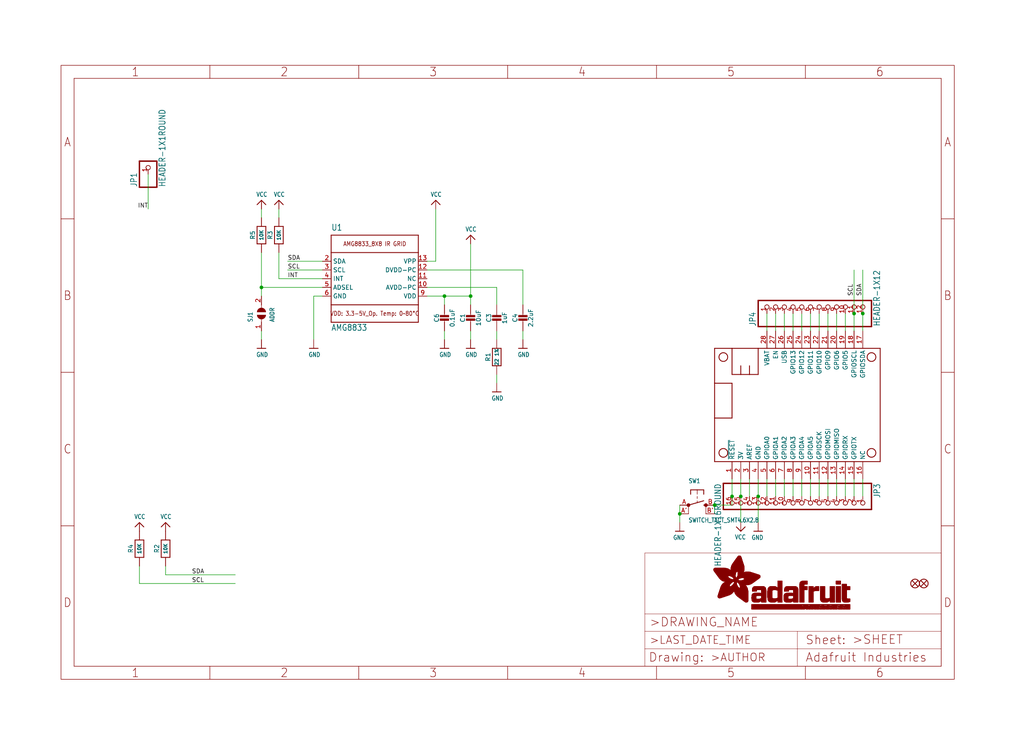
<source format=kicad_sch>
(kicad_sch (version 20211123) (generator eeschema)
  (paper "User" 298.45 217.881)
  (lib_symbols
    (symbol "eagleSchem-eagle-import:AMG8833"
      (property "Reference" "U" (at -12.7 13.97 0))
      (property "Value" "AMG8833" (at -12.7 -15.24 0))
      (symbol "AMG8833_1_0"
        (text "AMG8833_8X8 IR GRID" (at 0 10.16 0) (effects (font (size 1.27 1.0795))))
        (text "VDD: 3.3-5V_Op. Temp: 0~80°C" (at 0 -10.16 0) (effects (font (size 1.27 1.0795))))
        (pin power_in line (at 15.24 -2.54 180) (length 2.54) (name "AVDD-PC") (number "10"))
        (pin bidirectional line (at 15.24 0 180) (length 2.54) (name "NC") (number "11"))
        (pin power_in line (at 15.24 2.54 180) (length 2.54) (name "DVDD-PC") (number "12"))
        (pin power_in line (at 15.24 5.08 180) (length 2.54) (name "VPP") (number "13"))
        (pin bidirectional line (at -15.24 5.08 0) (length 2.54) (name "SDA") (number "2"))
        (pin bidirectional line (at -15.24 2.54 0) (length 2.54) (name "SCL") (number "3"))
        (pin output line (at -15.24 0 0) (length 2.54) (name "INT") (number "4"))
        (pin input line (at -15.24 -2.54 0) (length 2.54) (name "ADSEL") (number "5"))
        (pin power_in line (at -15.24 -5.08 0) (length 2.54) (name "GND") (number "6"))
        (pin power_in line (at 15.24 -5.08 180) (length 2.54) (name "VDD") (number "9"))
      )
    )
    (symbol "eagleSchem-eagle-import:CAP_CERAMIC0805-NOOUTLINE"
      (property "Reference" "C" (at -2.29 1.25 90))
      (property "Value" "CAP_CERAMIC0805-NOOUTLINE" (at 2.3 1.25 90))
      (symbol "CAP_CERAMIC0805-NOOUTLINE_1_0"
        (pin passive line (at 0 5.08 270) (length 2.54) (name "1") (number "1"))
        (pin passive line (at 0 -2.54 90) (length 2.54) (name "2") (number "2"))
      )
    )
    (symbol "eagleSchem-eagle-import:FEATHERWING"
      (symbol "FEATHERWING_1_0"
        (pin input line (at 5.08 -5.08 90) (length 5.08) (name "~{RESET}") (number "1"))
        (pin bidirectional line (at 27.94 -5.08 90) (length 5.08) (name "GPIOA5") (number "10"))
        (pin bidirectional line (at 30.48 -5.08 90) (length 5.08) (name "GPIOSCK") (number "11"))
        (pin bidirectional line (at 33.02 -5.08 90) (length 5.08) (name "GPIOMOSI") (number "12"))
        (pin bidirectional line (at 35.56 -5.08 90) (length 5.08) (name "GPIOMISO") (number "13"))
        (pin bidirectional line (at 38.1 -5.08 90) (length 5.08) (name "GPIORX") (number "14"))
        (pin bidirectional line (at 40.64 -5.08 90) (length 5.08) (name "GPIOTX") (number "15"))
        (pin passive line (at 43.18 -5.08 90) (length 5.08) (name "NC") (number "16"))
        (pin bidirectional line (at 43.18 38.1 270) (length 5.08) (name "GPIOSDA") (number "17"))
        (pin bidirectional line (at 40.64 38.1 270) (length 5.08) (name "GPIOSCL") (number "18"))
        (pin bidirectional line (at 38.1 38.1 270) (length 5.08) (name "GPIO5") (number "19"))
        (pin power_in line (at 7.62 -5.08 90) (length 5.08) (name "3V") (number "2"))
        (pin bidirectional line (at 35.56 38.1 270) (length 5.08) (name "GPIO6") (number "20"))
        (pin bidirectional line (at 33.02 38.1 270) (length 5.08) (name "GPIO9") (number "21"))
        (pin bidirectional line (at 30.48 38.1 270) (length 5.08) (name "GPIO10") (number "22"))
        (pin bidirectional line (at 27.94 38.1 270) (length 5.08) (name "GPIO11") (number "23"))
        (pin bidirectional line (at 25.4 38.1 270) (length 5.08) (name "GPIO12") (number "24"))
        (pin bidirectional line (at 22.86 38.1 270) (length 5.08) (name "GPIO13") (number "25"))
        (pin power_in line (at 20.32 38.1 270) (length 5.08) (name "USB") (number "26"))
        (pin passive line (at 17.78 38.1 270) (length 5.08) (name "EN") (number "27"))
        (pin power_in line (at 15.24 38.1 270) (length 5.08) (name "VBAT") (number "28"))
        (pin passive line (at 10.16 -5.08 90) (length 5.08) (name "AREF") (number "3"))
        (pin power_in line (at 12.7 -5.08 90) (length 5.08) (name "GND") (number "4"))
        (pin bidirectional line (at 15.24 -5.08 90) (length 5.08) (name "GPIOA0") (number "5"))
        (pin bidirectional line (at 17.78 -5.08 90) (length 5.08) (name "GPIOA1") (number "6"))
        (pin bidirectional line (at 20.32 -5.08 90) (length 5.08) (name "GPIOA2") (number "7"))
        (pin bidirectional line (at 22.86 -5.08 90) (length 5.08) (name "GPIOA3") (number "8"))
        (pin bidirectional line (at 25.4 -5.08 90) (length 5.08) (name "GPIOA4") (number "9"))
      )
    )
    (symbol "eagleSchem-eagle-import:FIDUCIAL{dblquote}{dblquote}")
    (symbol "eagleSchem-eagle-import:FRAME_A4_ADAFRUIT"
      (symbol "FRAME_A4_ADAFRUIT_0_0"
        (text "1" (at 21.6958 1.905 0) (effects (font (size 2.54 2.286))))
        (text "1" (at 21.6958 177.165 0) (effects (font (size 2.54 2.286))))
        (text "2" (at 65.0875 1.905 0) (effects (font (size 2.54 2.286))))
        (text "2" (at 65.0875 177.165 0) (effects (font (size 2.54 2.286))))
        (text "3" (at 108.4792 1.905 0) (effects (font (size 2.54 2.286))))
        (text "3" (at 108.4792 177.165 0) (effects (font (size 2.54 2.286))))
        (text "4" (at 151.8708 1.905 0) (effects (font (size 2.54 2.286))))
        (text "4" (at 151.8708 177.165 0) (effects (font (size 2.54 2.286))))
        (text "5" (at 195.2625 1.905 0) (effects (font (size 2.54 2.286))))
        (text "5" (at 195.2625 177.165 0) (effects (font (size 2.54 2.286))))
        (text "6" (at 238.6542 1.905 0) (effects (font (size 2.54 2.286))))
        (text "6" (at 238.6542 177.165 0) (effects (font (size 2.54 2.286))))
        (text "A" (at 1.905 156.6863 0) (effects (font (size 2.54 2.286))))
        (text "A" (at 258.445 156.6863 0) (effects (font (size 2.54 2.286))))
        (text "B" (at 1.905 111.9188 0) (effects (font (size 2.54 2.286))))
        (text "B" (at 258.445 111.9188 0) (effects (font (size 2.54 2.286))))
        (text "C" (at 1.905 67.1513 0) (effects (font (size 2.54 2.286))))
        (text "C" (at 258.445 67.1513 0) (effects (font (size 2.54 2.286))))
        (text "D" (at 1.905 22.3838 0) (effects (font (size 2.54 2.286))))
        (text "D" (at 258.445 22.3838 0) (effects (font (size 2.54 2.286))))
      )
      (symbol "FRAME_A4_ADAFRUIT_1_0"
        (text ">AUTHOR" (at 189.23 5.08 0) (effects (font (size 2.286 2.286)) (justify left bottom)))
        (text ">DRAWING_NAME" (at 171.45 15.24 0) (effects (font (size 2.54 2.54)) (justify left bottom)))
        (text ">LAST_DATE_TIME" (at 171.45 10.16 0) (effects (font (size 2.286 2.286)) (justify left bottom)))
        (text ">SHEET" (at 230.505 10.16 0) (effects (font (size 2.54 2.54)) (justify left bottom)))
        (text "Adafruit Industries" (at 216.916 4.953 0) (effects (font (size 2.54 2.54)) (justify left bottom)))
        (text "Drawing:" (at 171.196 4.953 0) (effects (font (size 2.54 2.54)) (justify left bottom)))
        (text "Sheet:" (at 216.916 10.033 0) (effects (font (size 2.54 2.54)) (justify left bottom)))
      )
    )
    (symbol "eagleSchem-eagle-import:GND" (power)
      (property "Value" "GND" (at -1.524 -2.54 0))
      (symbol "GND_1_0"
        (pin power_in line (at 0 2.54 270) (length 2.54) (name "GND") (number "1"))
      )
    )
    (symbol "eagleSchem-eagle-import:HEADER-1X12"
      (property "Reference" "JP" (at -6.35 18.415 0))
      (property "Value" "HEADER-1X12" (at -6.35 -17.78 0))
      (symbol "HEADER-1X12_1_0"
        (pin passive inverted (at -2.54 15.24 0) (length 2.54) (name "1") (number "1"))
        (pin passive inverted (at -2.54 -7.62 0) (length 2.54) (name "10") (number "10"))
        (pin passive inverted (at -2.54 -10.16 0) (length 2.54) (name "11") (number "11"))
        (pin passive inverted (at -2.54 -12.7 0) (length 2.54) (name "12") (number "12"))
        (pin passive inverted (at -2.54 12.7 0) (length 2.54) (name "2") (number "2"))
        (pin passive inverted (at -2.54 10.16 0) (length 2.54) (name "3") (number "3"))
        (pin passive inverted (at -2.54 7.62 0) (length 2.54) (name "4") (number "4"))
        (pin passive inverted (at -2.54 5.08 0) (length 2.54) (name "5") (number "5"))
        (pin passive inverted (at -2.54 2.54 0) (length 2.54) (name "6") (number "6"))
        (pin passive inverted (at -2.54 0 0) (length 2.54) (name "7") (number "7"))
        (pin passive inverted (at -2.54 -2.54 0) (length 2.54) (name "8") (number "8"))
        (pin passive inverted (at -2.54 -5.08 0) (length 2.54) (name "9") (number "9"))
      )
    )
    (symbol "eagleSchem-eagle-import:HEADER-1X16ROUND"
      (property "Reference" "JP" (at -6.35 20.955 0))
      (property "Value" "HEADER-1X16ROUND" (at -6.35 -25.4 0))
      (symbol "HEADER-1X16ROUND_1_0"
        (pin passive inverted (at -2.54 17.78 0) (length 2.54) (name "1") (number "1"))
        (pin passive inverted (at -2.54 -5.08 0) (length 2.54) (name "10") (number "10"))
        (pin passive inverted (at -2.54 -7.62 0) (length 2.54) (name "11") (number "11"))
        (pin passive inverted (at -2.54 -10.16 0) (length 2.54) (name "12") (number "12"))
        (pin passive inverted (at -2.54 -12.7 0) (length 2.54) (name "13") (number "13"))
        (pin passive inverted (at -2.54 -15.24 0) (length 2.54) (name "14") (number "14"))
        (pin passive inverted (at -2.54 -17.78 0) (length 2.54) (name "15") (number "15"))
        (pin passive inverted (at -2.54 -20.32 0) (length 2.54) (name "16") (number "16"))
        (pin passive inverted (at -2.54 15.24 0) (length 2.54) (name "2") (number "2"))
        (pin passive inverted (at -2.54 12.7 0) (length 2.54) (name "3") (number "3"))
        (pin passive inverted (at -2.54 10.16 0) (length 2.54) (name "4") (number "4"))
        (pin passive inverted (at -2.54 7.62 0) (length 2.54) (name "5") (number "5"))
        (pin passive inverted (at -2.54 5.08 0) (length 2.54) (name "6") (number "6"))
        (pin passive inverted (at -2.54 2.54 0) (length 2.54) (name "7") (number "7"))
        (pin passive inverted (at -2.54 0 0) (length 2.54) (name "8") (number "8"))
        (pin passive inverted (at -2.54 -2.54 0) (length 2.54) (name "9") (number "9"))
      )
    )
    (symbol "eagleSchem-eagle-import:HEADER-1X1ROUND"
      (property "Reference" "JP" (at -6.35 3.175 0))
      (property "Value" "HEADER-1X1ROUND" (at -6.35 -5.08 0))
      (symbol "HEADER-1X1ROUND_1_0"
        (pin passive inverted (at -2.54 0 0) (length 2.54) (name "1") (number "1"))
      )
    )
    (symbol "eagleSchem-eagle-import:RESISTOR0805_NOOUTLINE"
      (property "Reference" "R" (at 0 2.54 0))
      (property "Value" "RESISTOR0805_NOOUTLINE" (at 0 0 0))
      (symbol "RESISTOR0805_NOOUTLINE_1_0"
        (pin passive line (at -5.08 0 0) (length 2.54) (name "1") (number "1"))
        (pin passive line (at 5.08 0 180) (length 2.54) (name "2") (number "2"))
      )
    )
    (symbol "eagleSchem-eagle-import:SOLDERJUMPER"
      (property "Reference" "SJ" (at -2.54 2.54 0))
      (property "Value" "SOLDERJUMPER" (at -2.54 -3.81 0))
      (symbol "SOLDERJUMPER_1_0"
        (pin passive line (at -5.08 0 0) (length 2.54) (name "1") (number "1"))
        (pin passive line (at 5.08 0 180) (length 2.54) (name "2") (number "2"))
      )
    )
    (symbol "eagleSchem-eagle-import:SWITCH_TACT_SMT4.6X2.8"
      (property "Reference" "SW" (at -2.54 6.35 0))
      (property "Value" "SWITCH_TACT_SMT4.6X2.8" (at -2.54 -5.08 0))
      (symbol "SWITCH_TACT_SMT4.6X2.8_1_0"
        (pin passive line (at -5.08 0 0) (length 2.54) (name "P") (number "A"))
        (pin passive line (at -5.08 -2.54 0) (length 2.54) (name "P1") (number "A'"))
        (pin passive line (at 5.08 0 180) (length 2.54) (name "S") (number "B"))
        (pin passive line (at 5.08 -2.54 180) (length 2.54) (name "S1") (number "B'"))
      )
    )
    (symbol "eagleSchem-eagle-import:VCC" (power)
      (property "Value" "VCC" (at -1.524 1.016 0))
      (symbol "VCC_1_0"
        (pin power_in line (at 0 -2.54 90) (length 2.54) (name "VCC") (number "1"))
      )
    )
  )
  (junction (at 215.9 144.78))
  (junction (at 76.2 83.82))
  (junction (at 248.92 91.44))
  (junction (at 213.36 144.78))
  (junction (at 220.98 144.78))
  (junction (at 129.54 86.36))
  (junction (at 137.16 86.36))
  (junction (at 251.46 91.44))
  (junction (at 198.12 149.86))
  (junction (at 208.28 147.32))
  (wire (pts (xy 124.46 76.2) (xy 127 76.2)))
  (wire (pts (xy 127 76.2) (xy 127 60.96)))
  (wire (pts (xy 152.4 78.74) (xy 152.4 88.9)))
  (wire (pts (xy 223.52 91.44) (xy 223.52 96.52)))
  (wire (pts (xy 228.6 91.44) (xy 228.6 96.52)))
  (wire (pts (xy 198.12 147.32) (xy 198.12 149.86)))
  (wire (pts (xy 236.22 91.44) (xy 236.22 96.52)))
  (wire (pts (xy 246.38 91.44) (xy 246.38 96.52)))
  (wire (pts (xy 40.64 170.18) (xy 40.64 165.1)))
  (wire (pts (xy 124.46 86.36) (xy 129.54 86.36)))
  (wire (pts (xy 129.54 99.06) (xy 129.54 96.52)))
  (wire (pts (xy 251.46 91.44) (xy 251.46 96.52)))
  (wire (pts (xy 152.4 96.52) (xy 152.4 99.06)))
  (wire (pts (xy 93.98 76.2) (xy 83.82 76.2)))
  (wire (pts (xy 248.92 91.44) (xy 248.92 96.52)))
  (wire (pts (xy 233.68 91.44) (xy 233.68 96.52)))
  (wire (pts (xy 208.28 147.32) (xy 208.28 149.86)))
  (wire (pts (xy 248.92 144.78) (xy 248.92 139.7)))
  (wire (pts (xy 238.76 144.78) (xy 238.76 139.7)))
  (wire (pts (xy 144.78 96.52) (xy 144.78 99.06)))
  (wire (pts (xy 198.12 149.86) (xy 198.12 152.4)))
  (wire (pts (xy 129.54 86.36) (xy 137.16 86.36)))
  (wire (pts (xy 215.9 152.4) (xy 215.9 144.78)))
  (wire (pts (xy 144.78 109.22) (xy 144.78 111.76)))
  (wire (pts (xy 144.78 83.82) (xy 144.78 88.9)))
  (wire (pts (xy 243.84 144.78) (xy 243.84 139.7)))
  (wire (pts (xy 43.18 50.8) (xy 43.18 60.96)))
  (wire (pts (xy 213.36 144.78) (xy 213.36 139.7)))
  (wire (pts (xy 236.22 144.78) (xy 236.22 139.7)))
  (wire (pts (xy 81.28 63.5) (xy 81.28 60.96)))
  (wire (pts (xy 48.26 167.64) (xy 48.26 165.1)))
  (wire (pts (xy 93.98 81.28) (xy 81.28 81.28)))
  (wire (pts (xy 91.44 86.36) (xy 91.44 99.06)))
  (wire (pts (xy 76.2 83.82) (xy 76.2 73.66)))
  (wire (pts (xy 248.92 78.74) (xy 248.92 91.44)))
  (wire (pts (xy 228.6 144.78) (xy 228.6 139.7)))
  (wire (pts (xy 93.98 83.82) (xy 76.2 83.82)))
  (wire (pts (xy 231.14 144.78) (xy 231.14 139.7)))
  (wire (pts (xy 93.98 78.74) (xy 83.82 78.74)))
  (wire (pts (xy 220.98 144.78) (xy 220.98 139.7)))
  (wire (pts (xy 76.2 96.52) (xy 76.2 99.06)))
  (wire (pts (xy 81.28 81.28) (xy 81.28 73.66)))
  (wire (pts (xy 137.16 86.36) (xy 137.16 71.12)))
  (wire (pts (xy 241.3 91.44) (xy 241.3 96.52)))
  (wire (pts (xy 251.46 144.78) (xy 251.46 139.7)))
  (wire (pts (xy 76.2 63.5) (xy 76.2 60.96)))
  (wire (pts (xy 243.84 91.44) (xy 243.84 96.52)))
  (wire (pts (xy 226.06 91.44) (xy 226.06 96.52)))
  (wire (pts (xy 76.2 83.82) (xy 76.2 86.36)))
  (wire (pts (xy 215.9 144.78) (xy 215.9 139.7)))
  (wire (pts (xy 208.28 147.32) (xy 213.36 147.32)))
  (wire (pts (xy 223.52 144.78) (xy 223.52 139.7)))
  (wire (pts (xy 233.68 144.78) (xy 233.68 139.7)))
  (wire (pts (xy 226.06 144.78) (xy 226.06 139.7)))
  (wire (pts (xy 218.44 144.78) (xy 218.44 139.7)))
  (wire (pts (xy 68.58 167.64) (xy 48.26 167.64)))
  (wire (pts (xy 129.54 88.9) (xy 129.54 86.36)))
  (wire (pts (xy 137.16 96.52) (xy 137.16 99.06)))
  (wire (pts (xy 220.98 152.4) (xy 220.98 144.78)))
  (wire (pts (xy 93.98 86.36) (xy 91.44 86.36)))
  (wire (pts (xy 241.3 144.78) (xy 241.3 139.7)))
  (wire (pts (xy 213.36 147.32) (xy 213.36 144.78)))
  (wire (pts (xy 231.14 91.44) (xy 231.14 96.52)))
  (wire (pts (xy 124.46 78.74) (xy 152.4 78.74)))
  (wire (pts (xy 137.16 86.36) (xy 137.16 88.9)))
  (wire (pts (xy 124.46 83.82) (xy 144.78 83.82)))
  (wire (pts (xy 246.38 144.78) (xy 246.38 139.7)))
  (wire (pts (xy 68.58 170.18) (xy 40.64 170.18)))
  (wire (pts (xy 238.76 91.44) (xy 238.76 96.52)))
  (wire (pts (xy 251.46 91.44) (xy 251.46 78.74)))
  (label "INT" (at 83.82 81.28 0) (effects (font (size 1.2446 1.2446))))
  (label "SCL" (at 55.88 170.18 0) (effects (font (size 1.2446 1.2446))))
  (label "SDA" (at 55.88 167.64 0) (effects (font (size 1.2446 1.2446))))
  (label "SCL" (at 83.82 78.74 0) (effects (font (size 1.2446 1.2446))))
  (label "INT" (at 43.18 60.96 180) (effects (font (size 1.2446 1.2446))))
  (label "SDA" (at 83.82 76.2 0) (effects (font (size 1.2446 1.2446))))
  (label "SCL" (at 248.92 86.36 90) (effects (font (size 1.2446 1.2446))))
  (label "SDA" (at 251.46 86.36 90) (effects (font (size 1.2446 1.2446))))
  (symbol (lib_id "eagleSchem-eagle-import:GND") (at 137.16 101.6 0) (unit 1)
    (property "Reference" "#U$8" (effects hide))
    (property "Value" "GND" (at 135.636 104.14 0) (effects (font (size 1.27 1.0795)) (justify left bottom)))
    (property "Footprint" "eagleSchem:" (effects hide))
  )
  (symbol (lib_id "eagleSchem-eagle-import:VCC") (at 40.64 152.4 0) (unit 1)
    (property "Reference" "#P+11" (effects hide))
    (property "Value" "VCC" (at 39.116 151.384 0) (effects (font (size 1.27 1.0795)) (justify left bottom)))
    (property "Footprint" "eagleSchem:" (effects hide))
  )
  (symbol (lib_id "eagleSchem-eagle-import:RESISTOR0805_NOOUTLINE") (at 48.26 160.02 90) (unit 1)
    (property "Reference" "R2" (at 45.72 160.02 0))
    (property "Value" "10K" (at 48.26 160.02 0) (effects (font (size 1.016 1.016) bold)))
    (property "Footprint" "eagleSchem:0805-NO" (effects hide))
  )
  (symbol (lib_id "eagleSchem-eagle-import:RESISTOR0805_NOOUTLINE") (at 144.78 104.14 90) (unit 1)
    (property "Reference" "R1" (at 142.24 104.14 0))
    (property "Value" "22 1%" (at 144.78 104.14 0) (effects (font (size 1.016 1.016) bold)))
    (property "Footprint" "eagleSchem:0805-NO" (effects hide))
  )
  (symbol (lib_id "eagleSchem-eagle-import:CAP_CERAMIC0805-NOOUTLINE") (at 129.54 93.98 0) (unit 1)
    (property "Reference" "C6" (at 127.25 92.73 90))
    (property "Value" "0.1uF" (at 131.84 92.73 90))
    (property "Footprint" "eagleSchem:0805-NO" (effects hide))
  )
  (symbol (lib_id "eagleSchem-eagle-import:HEADER-1X12") (at 238.76 88.9 90) (unit 1)
    (property "Reference" "JP4" (at 220.345 95.25 0) (effects (font (size 1.778 1.5113)) (justify left bottom)))
    (property "Value" "HEADER-1X12" (at 256.54 95.25 0) (effects (font (size 1.778 1.5113)) (justify left bottom)))
    (property "Footprint" "eagleSchem:1X12_ROUND" (effects hide))
  )
  (symbol (lib_id "eagleSchem-eagle-import:CAP_CERAMIC0805-NOOUTLINE") (at 144.78 93.98 0) (unit 1)
    (property "Reference" "C3" (at 142.49 92.73 90))
    (property "Value" "1uF" (at 147.08 92.73 90))
    (property "Footprint" "eagleSchem:0805-NO" (effects hide))
  )
  (symbol (lib_id "eagleSchem-eagle-import:VCC") (at 215.9 154.94 180) (unit 1)
    (property "Reference" "#P+1" (effects hide))
    (property "Value" "VCC" (at 217.424 155.956 0) (effects (font (size 1.27 1.0795)) (justify left bottom)))
    (property "Footprint" "eagleSchem:" (effects hide))
  )
  (symbol (lib_id "eagleSchem-eagle-import:VCC") (at 76.2 58.42 0) (unit 1)
    (property "Reference" "#P+2" (effects hide))
    (property "Value" "VCC" (at 74.676 57.404 0) (effects (font (size 1.27 1.0795)) (justify left bottom)))
    (property "Footprint" "eagleSchem:" (effects hide))
  )
  (symbol (lib_id "eagleSchem-eagle-import:GND") (at 76.2 101.6 0) (unit 1)
    (property "Reference" "#U$5" (effects hide))
    (property "Value" "GND" (at 74.676 104.14 0) (effects (font (size 1.27 1.0795)) (justify left bottom)))
    (property "Footprint" "eagleSchem:" (effects hide))
  )
  (symbol (lib_id "eagleSchem-eagle-import:GND") (at 129.54 101.6 0) (unit 1)
    (property "Reference" "#U$26" (effects hide))
    (property "Value" "GND" (at 128.016 104.14 0) (effects (font (size 1.27 1.0795)) (justify left bottom)))
    (property "Footprint" "eagleSchem:" (effects hide))
  )
  (symbol (lib_id "eagleSchem-eagle-import:SWITCH_TACT_SMT4.6X2.8") (at 203.2 147.32 0) (unit 1)
    (property "Reference" "SW1" (at 200.66 140.97 0) (effects (font (size 1.27 1.0795)) (justify left bottom)))
    (property "Value" "SWITCH_TACT_SMT4.6X2.8" (at 200.66 152.4 0) (effects (font (size 1.27 1.0795)) (justify left bottom)))
    (property "Footprint" "eagleSchem:BTN_KMR2_4.6X2.8" (effects hide))
  )
  (symbol (lib_id "eagleSchem-eagle-import:RESISTOR0805_NOOUTLINE") (at 81.28 68.58 90) (unit 1)
    (property "Reference" "R3" (at 78.74 68.58 0))
    (property "Value" "10K" (at 81.28 68.58 0) (effects (font (size 1.016 1.016) bold)))
    (property "Footprint" "eagleSchem:0805-NO" (effects hide))
  )
  (symbol (lib_id "eagleSchem-eagle-import:SOLDERJUMPER") (at 76.2 91.44 90) (unit 1)
    (property "Reference" "SJ1" (at 73.66 93.98 0) (effects (font (size 1.27 1.0795)) (justify left bottom)))
    (property "Value" "ADDR" (at 80.01 93.98 0) (effects (font (size 1.27 1.0795)) (justify left bottom)))
    (property "Footprint" "eagleSchem:SOLDERJUMPER_ARROW_NOPASTE" (effects hide))
  )
  (symbol (lib_id "eagleSchem-eagle-import:VCC") (at 81.28 58.42 0) (unit 1)
    (property "Reference" "#P+3" (effects hide))
    (property "Value" "VCC" (at 79.756 57.404 0) (effects (font (size 1.27 1.0795)) (justify left bottom)))
    (property "Footprint" "eagleSchem:" (effects hide))
  )
  (symbol (lib_id "eagleSchem-eagle-import:RESISTOR0805_NOOUTLINE") (at 40.64 160.02 90) (unit 1)
    (property "Reference" "R4" (at 38.1 160.02 0))
    (property "Value" "10K" (at 40.64 160.02 0) (effects (font (size 1.016 1.016) bold)))
    (property "Footprint" "eagleSchem:0805-NO" (effects hide))
  )
  (symbol (lib_id "eagleSchem-eagle-import:CAP_CERAMIC0805-NOOUTLINE") (at 152.4 93.98 0) (unit 1)
    (property "Reference" "C4" (at 150.11 92.73 90))
    (property "Value" "2.2uF" (at 154.7 92.73 90))
    (property "Footprint" "eagleSchem:0805-NO" (effects hide))
  )
  (symbol (lib_id "eagleSchem-eagle-import:FIDUCIAL{dblquote}{dblquote}") (at 269.24 170.18 0) (unit 1)
    (property "Reference" "FID1" (effects hide))
    (property "Value" "FIDUCIAL{dblquote}{dblquote}" (effects hide))
    (property "Footprint" "eagleSchem:FIDUCIAL_1MM" (effects hide))
  )
  (symbol (lib_id "eagleSchem-eagle-import:FEATHERWING") (at 208.28 134.62 0) (unit 1)
    (property "Reference" "MS1" (effects hide))
    (property "Value" "FEATHERWING" (effects hide))
    (property "Footprint" "eagleSchem:FEATHERWING" (effects hide))
  )
  (symbol (lib_id "eagleSchem-eagle-import:RESISTOR0805_NOOUTLINE") (at 76.2 68.58 90) (unit 1)
    (property "Reference" "R5" (at 73.66 68.58 0))
    (property "Value" "10K" (at 76.2 68.58 0) (effects (font (size 1.016 1.016) bold)))
    (property "Footprint" "eagleSchem:0805-NO" (effects hide))
  )
  (symbol (lib_id "eagleSchem-eagle-import:GND") (at 220.98 154.94 0) (mirror y) (unit 1)
    (property "Reference" "#U$47" (effects hide))
    (property "Value" "GND" (at 222.504 157.48 0) (effects (font (size 1.27 1.0795)) (justify left bottom)))
    (property "Footprint" "eagleSchem:" (effects hide))
  )
  (symbol (lib_id "eagleSchem-eagle-import:VCC") (at 127 58.42 0) (unit 1)
    (property "Reference" "#P+4" (effects hide))
    (property "Value" "VCC" (at 125.476 57.404 0) (effects (font (size 1.27 1.0795)) (justify left bottom)))
    (property "Footprint" "eagleSchem:" (effects hide))
  )
  (symbol (lib_id "eagleSchem-eagle-import:CAP_CERAMIC0805-NOOUTLINE") (at 137.16 93.98 0) (unit 1)
    (property "Reference" "C1" (at 134.87 92.73 90))
    (property "Value" "10uF" (at 139.46 92.73 90))
    (property "Footprint" "eagleSchem:0805-NO" (effects hide))
  )
  (symbol (lib_id "eagleSchem-eagle-import:HEADER-1X1ROUND") (at 43.18 48.26 90) (unit 1)
    (property "Reference" "JP1" (at 40.005 54.61 0) (effects (font (size 1.778 1.5113)) (justify left bottom)))
    (property "Value" "HEADER-1X1ROUND" (at 48.26 54.61 0) (effects (font (size 1.778 1.5113)) (justify left bottom)))
    (property "Footprint" "eagleSchem:1X01_ROUND" (effects hide))
  )
  (symbol (lib_id "eagleSchem-eagle-import:GND") (at 198.12 154.94 0) (mirror y) (unit 1)
    (property "Reference" "#U$13" (effects hide))
    (property "Value" "GND" (at 199.644 157.48 0) (effects (font (size 1.27 1.0795)) (justify left bottom)))
    (property "Footprint" "eagleSchem:" (effects hide))
  )
  (symbol (lib_id "eagleSchem-eagle-import:HEADER-1X16ROUND") (at 233.68 147.32 270) (unit 1)
    (property "Reference" "JP3" (at 254.635 140.97 0) (effects (font (size 1.778 1.5113)) (justify left bottom)))
    (property "Value" "HEADER-1X16ROUND" (at 208.28 140.97 0) (effects (font (size 1.778 1.5113)) (justify left bottom)))
    (property "Footprint" "eagleSchem:1X16_ROUND" (effects hide))
  )
  (symbol (lib_id "eagleSchem-eagle-import:GND") (at 152.4 101.6 0) (unit 1)
    (property "Reference" "#U$9" (effects hide))
    (property "Value" "GND" (at 150.876 104.14 0) (effects (font (size 1.27 1.0795)) (justify left bottom)))
    (property "Footprint" "eagleSchem:" (effects hide))
  )
  (symbol (lib_id "eagleSchem-eagle-import:FRAME_A4_ADAFRUIT") (at 17.78 198.12 0) (unit 1)
    (property "Reference" "#U$1" (effects hide))
    (property "Value" "FRAME_A4_ADAFRUIT" (effects hide))
    (property "Footprint" "eagleSchem:" (effects hide))
  )
  (symbol (lib_id "eagleSchem-eagle-import:AMG8833") (at 109.22 81.28 0) (unit 1)
    (property "Reference" "U1" (at 96.52 67.31 0) (effects (font (size 1.778 1.5113)) (justify left bottom)))
    (property "Value" "AMG8833" (at 96.52 96.52 0) (effects (font (size 1.778 1.5113)) (justify left bottom)))
    (property "Footprint" "eagleSchem:AMG8833" (effects hide))
  )
  (symbol (lib_id "eagleSchem-eagle-import:GND") (at 144.78 114.3 0) (unit 1)
    (property "Reference" "#U$7" (effects hide))
    (property "Value" "GND" (at 143.256 116.84 0) (effects (font (size 1.27 1.0795)) (justify left bottom)))
    (property "Footprint" "eagleSchem:" (effects hide))
  )
  (symbol (lib_id "eagleSchem-eagle-import:VCC") (at 137.16 68.58 0) (unit 1)
    (property "Reference" "#P+5" (effects hide))
    (property "Value" "VCC" (at 135.636 67.564 0) (effects (font (size 1.27 1.0795)) (justify left bottom)))
    (property "Footprint" "eagleSchem:" (effects hide))
  )
  (symbol (lib_id "eagleSchem-eagle-import:VCC") (at 48.26 152.4 0) (unit 1)
    (property "Reference" "#P+10" (effects hide))
    (property "Value" "VCC" (at 46.736 151.384 0) (effects (font (size 1.27 1.0795)) (justify left bottom)))
    (property "Footprint" "eagleSchem:" (effects hide))
  )
  (symbol (lib_id "eagleSchem-eagle-import:GND") (at 91.44 101.6 0) (unit 1)
    (property "Reference" "#U$6" (effects hide))
    (property "Value" "GND" (at 89.916 104.14 0) (effects (font (size 1.27 1.0795)) (justify left bottom)))
    (property "Footprint" "eagleSchem:" (effects hide))
  )
  (symbol (lib_id "eagleSchem-eagle-import:FIDUCIAL{dblquote}{dblquote}") (at 266.7 170.18 0) (unit 1)
    (property "Reference" "FID2" (effects hide))
    (property "Value" "FIDUCIAL{dblquote}{dblquote}" (effects hide))
    (property "Footprint" "eagleSchem:FIDUCIAL_1MM" (effects hide))
  )
)
</source>
